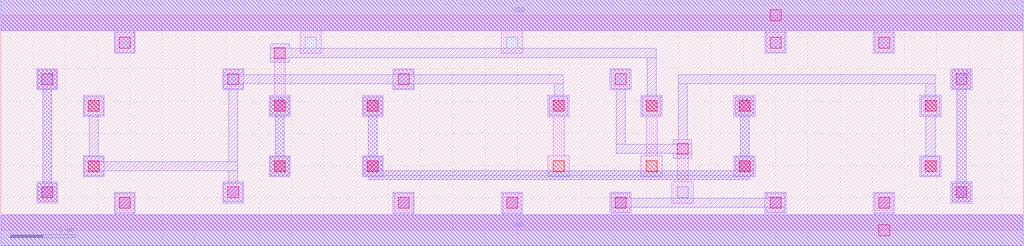
<source format=lef>
MACRO HAX1
 CLASS CORE ;
 FOREIGN HAX1 0 0 ;
 SIZE 15.84 BY 3.33 ;
 ORIGIN 0 0 ;
 SYMMETRY X Y R90 ;
 SITE unit ;
  PIN VDD
   DIRECTION INOUT ;
   USE POWER ;
   SHAPE ABUTMENT ;
    PORT
     CLASS CORE ;
       LAYER li1 ;
        RECT 0.00000000 3.09000000 15.84000000 3.57000000 ;
       LAYER met1 ;
        RECT 0.00000000 3.09000000 15.84000000 3.57000000 ;
    END
  END VDD

  PIN GND
   DIRECTION INOUT ;
   USE POWER ;
   SHAPE ABUTMENT ;
    PORT
     CLASS CORE ;
       LAYER li1 ;
        RECT 0.00000000 -0.24000000 15.84000000 0.24000000 ;
       LAYER met1 ;
        RECT 0.00000000 -0.24000000 15.84000000 0.24000000 ;
    END
  END GND

  PIN YS
   DIRECTION INOUT ;
   USE SIGNAL ;
   SHAPE ABUTMENT ;
    PORT
     CLASS CORE ;
       LAYER met1 ;
        RECT 14.73500000 0.44000000 15.02500000 0.73000000 ;
        RECT 14.81000000 0.73000000 14.95000000 2.19500000 ;
        RECT 14.73500000 2.19500000 15.02500000 2.48500000 ;
    END
  END YS

  PIN YC
   DIRECTION INOUT ;
   USE SIGNAL ;
   SHAPE ABUTMENT ;
    PORT
     CLASS CORE ;
       LAYER met1 ;
        RECT 0.57500000 0.44000000 0.86500000 0.73000000 ;
        RECT 0.65000000 0.73000000 0.79000000 2.19500000 ;
        RECT 0.57500000 2.19500000 0.86500000 2.48500000 ;
    END
  END YC

  PIN A
   DIRECTION INOUT ;
   USE SIGNAL ;
   SHAPE ABUTMENT ;
    PORT
     CLASS CORE ;
       LAYER met1 ;
        RECT 5.69000000 0.78500000 11.59000000 0.84500000 ;
        RECT 5.61500000 0.84500000 11.66500000 0.92500000 ;
        RECT 5.61500000 0.92500000 5.90500000 1.13500000 ;
        RECT 11.37500000 0.92500000 11.66500000 1.13500000 ;
        RECT 5.69000000 1.13500000 5.83000000 1.78000000 ;
        RECT 11.45000000 1.13500000 11.59000000 1.78000000 ;
        RECT 5.61500000 1.78000000 5.90500000 2.07000000 ;
        RECT 11.37500000 1.78000000 11.66500000 2.07000000 ;
    END
  END A

  PIN B
   DIRECTION INOUT ;
   USE SIGNAL ;
   SHAPE ABUTMENT ;
    PORT
     CLASS CORE ;
       LAYER met1 ;
        RECT 4.17500000 0.84500000 4.46500000 1.13500000 ;
        RECT 4.25000000 1.13500000 4.39000000 1.78000000 ;
        RECT 4.17500000 1.78000000 4.46500000 2.07000000 ;
    END
  END B

 OBS
    LAYER polycont ;
     RECT 1.35500000 0.90500000 1.52500000 1.07500000 ;
     RECT 4.23500000 0.90500000 4.40500000 1.07500000 ;
     RECT 5.67500000 0.90500000 5.84500000 1.07500000 ;
     RECT 8.55500000 0.90500000 8.72500000 1.07500000 ;
     RECT 9.99500000 0.90500000 10.16500000 1.07500000 ;
     RECT 11.43500000 0.90500000 11.60500000 1.07500000 ;
     RECT 14.31500000 0.90500000 14.48500000 1.07500000 ;
     RECT 1.35500000 1.84000000 1.52500000 2.01000000 ;
     RECT 4.23500000 1.84000000 4.40500000 2.01000000 ;
     RECT 5.67500000 1.84000000 5.84500000 2.01000000 ;
     RECT 8.55500000 1.84000000 8.72500000 2.01000000 ;
     RECT 9.99500000 1.84000000 10.16500000 2.01000000 ;
     RECT 11.43500000 1.84000000 11.60500000 2.01000000 ;
     RECT 14.31500000 1.84000000 14.48500000 2.01000000 ;

    LAYER pdiffc ;
     RECT 0.63500000 2.25500000 0.80500000 2.42500000 ;
     RECT 3.51500000 2.25500000 3.68500000 2.42500000 ;
     RECT 6.15500000 2.25500000 6.32500000 2.42500000 ;
     RECT 9.51500000 2.25500000 9.68500000 2.42500000 ;
     RECT 14.79500000 2.25500000 14.96500000 2.42500000 ;
     RECT 1.83500000 2.82000000 2.00500000 2.99000000 ;
     RECT 4.71500000 2.82000000 4.88500000 2.99000000 ;
     RECT 7.83500000 2.82000000 8.00500000 2.99000000 ;
     RECT 11.91500000 2.82000000 12.08500000 2.99000000 ;
     RECT 13.59500000 2.82000000 13.76500000 2.99000000 ;

    LAYER ndiffc ;
     RECT 1.83500000 0.34000000 2.00500000 0.51000000 ;
     RECT 6.15500000 0.34000000 6.32500000 0.51000000 ;
     RECT 7.83500000 0.34000000 8.00500000 0.51000000 ;
     RECT 9.51500000 0.34000000 9.68500000 0.51000000 ;
     RECT 11.91500000 0.34000000 12.08500000 0.51000000 ;
     RECT 13.59500000 0.34000000 13.76500000 0.51000000 ;
     RECT 0.63500000 0.50000000 0.80500000 0.67000000 ;
     RECT 3.51500000 0.50000000 3.68500000 0.67000000 ;
     RECT 10.47500000 0.50000000 10.64500000 0.67000000 ;
     RECT 14.79500000 0.50000000 14.96500000 0.67000000 ;

    LAYER li1 ;
     RECT 0.00000000 -0.24000000 15.84000000 0.24000000 ;
     RECT 1.75500000 0.26000000 2.08500000 0.59000000 ;
     RECT 6.07500000 0.26000000 6.40500000 0.59000000 ;
     RECT 7.75500000 0.26000000 8.08500000 0.59000000 ;
     RECT 9.43500000 0.26000000 9.76500000 0.59000000 ;
     RECT 11.83500000 0.26000000 12.16500000 0.59000000 ;
     RECT 13.51500000 0.26000000 13.84500000 0.59000000 ;
     RECT 0.55500000 0.42000000 0.88500000 0.75000000 ;
     RECT 3.43500000 0.42000000 3.76500000 0.75000000 ;
     RECT 14.71500000 0.42000000 15.04500000 0.75000000 ;
     RECT 1.27500000 0.82500000 1.60500000 1.15500000 ;
     RECT 4.15500000 0.82500000 4.48500000 1.15500000 ;
     RECT 5.59500000 0.82500000 5.92500000 1.15500000 ;
     RECT 11.35500000 0.82500000 11.68500000 1.15500000 ;
     RECT 14.23500000 0.82500000 14.56500000 1.15500000 ;
     RECT 10.39500000 0.42000000 10.72500000 0.75000000 ;
     RECT 10.47500000 0.75000000 10.64500000 1.34500000 ;
     RECT 1.27500000 1.76000000 1.60500000 2.09000000 ;
     RECT 5.59500000 1.76000000 5.92500000 2.09000000 ;
     RECT 8.47500000 0.82500000 8.80500000 1.15500000 ;
     RECT 8.55500000 1.15500000 8.72500000 1.76000000 ;
     RECT 8.47500000 1.76000000 8.80500000 2.09000000 ;
     RECT 9.91500000 0.82500000 10.24500000 1.15500000 ;
     RECT 9.99500000 1.15500000 10.16500000 1.76000000 ;
     RECT 9.91500000 1.76000000 10.24500000 2.09000000 ;
     RECT 11.35500000 1.76000000 11.68500000 2.09000000 ;
     RECT 14.23500000 1.76000000 14.56500000 2.09000000 ;
     RECT 0.55500000 2.17500000 0.88500000 2.50500000 ;
     RECT 3.43500000 2.17500000 3.76500000 2.50500000 ;
     RECT 6.07500000 2.17500000 6.40500000 2.50500000 ;
     RECT 9.43500000 2.17500000 9.76500000 2.50500000 ;
     RECT 14.71500000 2.17500000 15.04500000 2.50500000 ;
     RECT 4.15500000 1.76000000 4.48500000 2.09000000 ;
     RECT 4.23500000 2.09000000 4.40500000 2.83000000 ;
     RECT 1.75500000 2.74000000 2.08500000 3.07000000 ;
     RECT 11.83500000 2.74000000 12.16500000 3.07000000 ;
     RECT 13.51500000 2.74000000 13.84500000 3.07000000 ;
     RECT 4.63500000 2.74000000 4.96500000 3.09000000 ;
     RECT 7.75500000 2.74000000 8.08500000 3.09000000 ;
     RECT 0.00000000 3.09000000 15.84000000 3.57000000 ;

    LAYER viali ;
     RECT 13.59500000 -0.08500000 13.76500000 0.08500000 ;
     RECT 1.83500000 0.34000000 2.00500000 0.51000000 ;
     RECT 6.15500000 0.34000000 6.32500000 0.51000000 ;
     RECT 7.83500000 0.34000000 8.00500000 0.51000000 ;
     RECT 9.51500000 0.34000000 9.68500000 0.51000000 ;
     RECT 11.91500000 0.34000000 12.08500000 0.51000000 ;
     RECT 13.59500000 0.34000000 13.76500000 0.51000000 ;
     RECT 0.63500000 0.50000000 0.80500000 0.67000000 ;
     RECT 3.51500000 0.50000000 3.68500000 0.67000000 ;
     RECT 14.79500000 0.50000000 14.96500000 0.67000000 ;
     RECT 1.35500000 0.90500000 1.52500000 1.07500000 ;
     RECT 4.23500000 0.90500000 4.40500000 1.07500000 ;
     RECT 5.67500000 0.90500000 5.84500000 1.07500000 ;
     RECT 11.43500000 0.90500000 11.60500000 1.07500000 ;
     RECT 14.31500000 0.90500000 14.48500000 1.07500000 ;
     RECT 10.47500000 1.17500000 10.64500000 1.34500000 ;
     RECT 1.35500000 1.84000000 1.52500000 2.01000000 ;
     RECT 4.23500000 1.84000000 4.40500000 2.01000000 ;
     RECT 5.67500000 1.84000000 5.84500000 2.01000000 ;
     RECT 8.55500000 1.84000000 8.72500000 2.01000000 ;
     RECT 9.99500000 1.84000000 10.16500000 2.01000000 ;
     RECT 11.43500000 1.84000000 11.60500000 2.01000000 ;
     RECT 14.31500000 1.84000000 14.48500000 2.01000000 ;
     RECT 0.63500000 2.25500000 0.80500000 2.42500000 ;
     RECT 3.51500000 2.25500000 3.68500000 2.42500000 ;
     RECT 6.15500000 2.25500000 6.32500000 2.42500000 ;
     RECT 9.51500000 2.25500000 9.68500000 2.42500000 ;
     RECT 14.79500000 2.25500000 14.96500000 2.42500000 ;
     RECT 4.23500000 2.66000000 4.40500000 2.83000000 ;
     RECT 1.83500000 2.82000000 2.00500000 2.99000000 ;
     RECT 11.91500000 2.82000000 12.08500000 2.99000000 ;
     RECT 13.59500000 2.82000000 13.76500000 2.99000000 ;
     RECT 11.91500000 3.24500000 12.08500000 3.41500000 ;

    LAYER met1 ;
     RECT 9.45500000 0.28000000 9.74500000 0.35500000 ;
     RECT 11.85500000 0.28000000 12.14500000 0.35500000 ;
     RECT 9.45500000 0.35500000 12.14500000 0.49500000 ;
     RECT 9.45500000 0.49500000 9.74500000 0.57000000 ;
     RECT 11.85500000 0.49500000 12.14500000 0.57000000 ;
     RECT 0.00000000 -0.24000000 15.84000000 0.24000000 ;
     RECT 1.77500000 0.24000000 2.06500000 0.57000000 ;
     RECT 6.09500000 0.24000000 6.38500000 0.57000000 ;
     RECT 7.77500000 0.24000000 8.06500000 0.57000000 ;
     RECT 13.53500000 0.24000000 13.82500000 0.57000000 ;
     RECT 4.17500000 0.84500000 4.46500000 1.13500000 ;
     RECT 4.25000000 1.13500000 4.39000000 1.78000000 ;
     RECT 4.17500000 1.78000000 4.46500000 2.07000000 ;
     RECT 5.69000000 0.78500000 11.59000000 0.84500000 ;
     RECT 5.61500000 0.84500000 11.66500000 0.92500000 ;
     RECT 5.61500000 0.92500000 5.90500000 1.13500000 ;
     RECT 11.37500000 0.92500000 11.66500000 1.13500000 ;
     RECT 5.69000000 1.13500000 5.83000000 1.78000000 ;
     RECT 11.45000000 1.13500000 11.59000000 1.78000000 ;
     RECT 5.61500000 1.78000000 5.90500000 2.07000000 ;
     RECT 11.37500000 1.78000000 11.66500000 2.07000000 ;
     RECT 0.57500000 0.44000000 0.86500000 0.73000000 ;
     RECT 0.65000000 0.73000000 0.79000000 2.19500000 ;
     RECT 0.57500000 2.19500000 0.86500000 2.48500000 ;
     RECT 3.45500000 0.44000000 3.74500000 0.73000000 ;
     RECT 1.29500000 0.84500000 1.58500000 0.92000000 ;
     RECT 3.53000000 0.73000000 3.67000000 0.92000000 ;
     RECT 1.29500000 0.92000000 3.67000000 1.06000000 ;
     RECT 1.29500000 1.06000000 1.58500000 1.13500000 ;
     RECT 1.37000000 1.13500000 1.51000000 1.78000000 ;
     RECT 1.29500000 1.78000000 1.58500000 2.07000000 ;
     RECT 8.49500000 1.78000000 8.78500000 2.07000000 ;
     RECT 3.53000000 1.06000000 3.67000000 2.19500000 ;
     RECT 3.45500000 2.19500000 3.74500000 2.27000000 ;
     RECT 6.09500000 2.19500000 6.38500000 2.27000000 ;
     RECT 8.57000000 2.07000000 8.71000000 2.27000000 ;
     RECT 3.45500000 2.27000000 8.71000000 2.41000000 ;
     RECT 3.45500000 2.41000000 3.74500000 2.48500000 ;
     RECT 6.09500000 2.41000000 6.38500000 2.48500000 ;
     RECT 14.25500000 0.84500000 14.54500000 1.13500000 ;
     RECT 10.41500000 1.11500000 10.70500000 1.19000000 ;
     RECT 9.53000000 1.19000000 10.70500000 1.33000000 ;
     RECT 10.41500000 1.33000000 10.70500000 1.40500000 ;
     RECT 14.33000000 1.13500000 14.47000000 1.78000000 ;
     RECT 14.25500000 1.78000000 14.54500000 2.07000000 ;
     RECT 9.53000000 1.33000000 9.67000000 2.19500000 ;
     RECT 10.49000000 1.40500000 10.63000000 2.27000000 ;
     RECT 14.33000000 2.07000000 14.47000000 2.27000000 ;
     RECT 10.49000000 2.27000000 14.47000000 2.41000000 ;
     RECT 9.45500000 2.19500000 9.74500000 2.48500000 ;
     RECT 14.73500000 0.44000000 15.02500000 0.73000000 ;
     RECT 14.81000000 0.73000000 14.95000000 2.19500000 ;
     RECT 14.73500000 2.19500000 15.02500000 2.48500000 ;
     RECT 9.93500000 1.78000000 10.22500000 2.07000000 ;
     RECT 4.17500000 2.60000000 4.46500000 2.67500000 ;
     RECT 10.01000000 2.07000000 10.15000000 2.67500000 ;
     RECT 4.17500000 2.67500000 10.15000000 2.81500000 ;
     RECT 4.17500000 2.81500000 4.46500000 2.89000000 ;
     RECT 1.77500000 2.76000000 2.06500000 3.09000000 ;
     RECT 11.85500000 2.76000000 12.14500000 3.09000000 ;
     RECT 13.53500000 2.76000000 13.82500000 3.09000000 ;
     RECT 0.00000000 3.09000000 15.84000000 3.57000000 ;

 END
END HAX1

</source>
